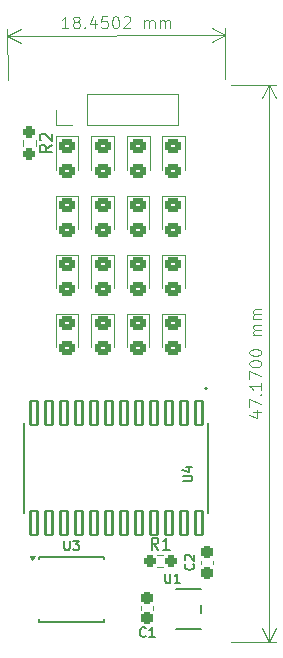
<source format=gbr>
%TF.GenerationSoftware,KiCad,Pcbnew,8.0.1*%
%TF.CreationDate,2025-01-22T20:31:23-07:00*%
%TF.ProjectId,LEDDisplay,4c454444-6973-4706-9c61-792e6b696361,rev?*%
%TF.SameCoordinates,Original*%
%TF.FileFunction,Legend,Top*%
%TF.FilePolarity,Positive*%
%FSLAX46Y46*%
G04 Gerber Fmt 4.6, Leading zero omitted, Abs format (unit mm)*
G04 Created by KiCad (PCBNEW 8.0.1) date 2025-01-22 20:31:23*
%MOMM*%
%LPD*%
G01*
G04 APERTURE LIST*
G04 Aperture macros list*
%AMRoundRect*
0 Rectangle with rounded corners*
0 $1 Rounding radius*
0 $2 $3 $4 $5 $6 $7 $8 $9 X,Y pos of 4 corners*
0 Add a 4 corners polygon primitive as box body*
4,1,4,$2,$3,$4,$5,$6,$7,$8,$9,$2,$3,0*
0 Add four circle primitives for the rounded corners*
1,1,$1+$1,$2,$3*
1,1,$1+$1,$4,$5*
1,1,$1+$1,$6,$7*
1,1,$1+$1,$8,$9*
0 Add four rect primitives between the rounded corners*
20,1,$1+$1,$2,$3,$4,$5,0*
20,1,$1+$1,$4,$5,$6,$7,0*
20,1,$1+$1,$6,$7,$8,$9,0*
20,1,$1+$1,$8,$9,$2,$3,0*%
G04 Aperture macros list end*
%ADD10C,0.100000*%
%ADD11C,0.150000*%
%ADD12C,0.120000*%
%ADD13C,0.152400*%
%ADD14C,0.127000*%
%ADD15C,0.200000*%
%ADD16RoundRect,0.237500X-0.250000X-0.237500X0.250000X-0.237500X0.250000X0.237500X-0.250000X0.237500X0*%
%ADD17RoundRect,0.237500X0.237500X-0.300000X0.237500X0.300000X-0.237500X0.300000X-0.237500X-0.300000X0*%
%ADD18R,1.700000X1.700000*%
%ADD19O,1.700000X1.700000*%
%ADD20RoundRect,0.250000X-0.450000X0.325000X-0.450000X-0.325000X0.450000X-0.325000X0.450000X0.325000X0*%
%ADD21R,1.320800X0.508000*%
%ADD22RoundRect,0.237500X-0.237500X0.300000X-0.237500X-0.300000X0.237500X-0.300000X0.237500X0.300000X0*%
%ADD23RoundRect,0.100500X-0.301500X1.026500X-0.301500X-1.026500X0.301500X-1.026500X0.301500X1.026500X0*%
%ADD24RoundRect,0.237500X-0.237500X0.250000X-0.237500X-0.250000X0.237500X-0.250000X0.237500X0.250000X0*%
%ADD25R,1.700000X0.650000*%
G04 APERTURE END LIST*
D10*
X200113887Y-58988573D02*
X199542465Y-58991361D01*
X199828176Y-58989967D02*
X199823298Y-57989979D01*
X199823298Y-57989979D02*
X199728758Y-58133299D01*
X199728758Y-58133299D02*
X199633985Y-58229001D01*
X199633985Y-58229001D02*
X199538981Y-58277084D01*
X200682521Y-58414364D02*
X200587052Y-58367210D01*
X200587052Y-58367210D02*
X200539201Y-58319824D01*
X200539201Y-58319824D02*
X200491118Y-58224819D01*
X200491118Y-58224819D02*
X200490886Y-58177201D01*
X200490886Y-58177201D02*
X200538040Y-58081732D01*
X200538040Y-58081732D02*
X200585426Y-58033881D01*
X200585426Y-58033881D02*
X200680431Y-57985798D01*
X200680431Y-57985798D02*
X200870904Y-57984869D01*
X200870904Y-57984869D02*
X200966374Y-58032023D01*
X200966374Y-58032023D02*
X201014224Y-58079409D01*
X201014224Y-58079409D02*
X201062308Y-58174413D01*
X201062308Y-58174413D02*
X201062540Y-58222032D01*
X201062540Y-58222032D02*
X201015386Y-58317501D01*
X201015386Y-58317501D02*
X200968000Y-58365352D01*
X200968000Y-58365352D02*
X200872995Y-58413435D01*
X200872995Y-58413435D02*
X200682521Y-58414364D01*
X200682521Y-58414364D02*
X200587516Y-58462447D01*
X200587516Y-58462447D02*
X200540130Y-58510298D01*
X200540130Y-58510298D02*
X200492976Y-58605767D01*
X200492976Y-58605767D02*
X200493905Y-58796241D01*
X200493905Y-58796241D02*
X200541989Y-58891246D01*
X200541989Y-58891246D02*
X200589839Y-58938632D01*
X200589839Y-58938632D02*
X200685309Y-58985786D01*
X200685309Y-58985786D02*
X200875782Y-58984857D01*
X200875782Y-58984857D02*
X200970787Y-58936774D01*
X200970787Y-58936774D02*
X201018173Y-58888923D01*
X201018173Y-58888923D02*
X201065327Y-58793454D01*
X201065327Y-58793454D02*
X201064398Y-58602980D01*
X201064398Y-58602980D02*
X201016315Y-58507975D01*
X201016315Y-58507975D02*
X200968464Y-58460589D01*
X200968464Y-58460589D02*
X200872995Y-58413435D01*
X201494358Y-58886600D02*
X201542209Y-58933986D01*
X201542209Y-58933986D02*
X201494823Y-58981837D01*
X201494823Y-58981837D02*
X201446972Y-58934451D01*
X201446972Y-58934451D02*
X201494358Y-58886600D01*
X201494358Y-58886600D02*
X201494823Y-58981837D01*
X202396321Y-58310765D02*
X202399573Y-58977424D01*
X202156371Y-57930979D02*
X201921763Y-58646417D01*
X201921763Y-58646417D02*
X202540803Y-58643397D01*
X203394684Y-57972558D02*
X202918499Y-57974880D01*
X202918499Y-57974880D02*
X202873203Y-58451298D01*
X202873203Y-58451298D02*
X202920589Y-58403447D01*
X202920589Y-58403447D02*
X203015594Y-58355364D01*
X203015594Y-58355364D02*
X203253686Y-58354202D01*
X203253686Y-58354202D02*
X203349156Y-58401356D01*
X203349156Y-58401356D02*
X203397006Y-58448742D01*
X203397006Y-58448742D02*
X203445089Y-58543747D01*
X203445089Y-58543747D02*
X203446251Y-58781839D01*
X203446251Y-58781839D02*
X203399097Y-58877309D01*
X203399097Y-58877309D02*
X203351711Y-58925159D01*
X203351711Y-58925159D02*
X203256706Y-58973243D01*
X203256706Y-58973243D02*
X203018614Y-58974404D01*
X203018614Y-58974404D02*
X202923144Y-58927250D01*
X202923144Y-58927250D02*
X202875294Y-58879864D01*
X204061342Y-57969306D02*
X204156579Y-57968841D01*
X204156579Y-57968841D02*
X204252049Y-58015995D01*
X204252049Y-58015995D02*
X204299899Y-58063381D01*
X204299899Y-58063381D02*
X204347982Y-58158386D01*
X204347982Y-58158386D02*
X204396530Y-58348627D01*
X204396530Y-58348627D02*
X204397691Y-58586720D01*
X204397691Y-58586720D02*
X204351002Y-58777426D01*
X204351002Y-58777426D02*
X204303848Y-58872895D01*
X204303848Y-58872895D02*
X204256462Y-58920746D01*
X204256462Y-58920746D02*
X204161457Y-58968829D01*
X204161457Y-58968829D02*
X204066220Y-58969294D01*
X204066220Y-58969294D02*
X203970751Y-58922140D01*
X203970751Y-58922140D02*
X203922900Y-58874754D01*
X203922900Y-58874754D02*
X203874817Y-58779749D01*
X203874817Y-58779749D02*
X203826270Y-58589507D01*
X203826270Y-58589507D02*
X203825108Y-58351415D01*
X203825108Y-58351415D02*
X203871798Y-58160709D01*
X203871798Y-58160709D02*
X203918951Y-58065239D01*
X203918951Y-58065239D02*
X203966338Y-58017389D01*
X203966338Y-58017389D02*
X204061342Y-57969306D01*
X204776084Y-58061058D02*
X204823470Y-58013207D01*
X204823470Y-58013207D02*
X204918475Y-57965124D01*
X204918475Y-57965124D02*
X205156567Y-57963963D01*
X205156567Y-57963963D02*
X205252037Y-58011117D01*
X205252037Y-58011117D02*
X205299887Y-58058503D01*
X205299887Y-58058503D02*
X205347971Y-58153508D01*
X205347971Y-58153508D02*
X205348435Y-58248745D01*
X205348435Y-58248745D02*
X205301513Y-58391832D01*
X205301513Y-58391832D02*
X204732879Y-58966042D01*
X204732879Y-58966042D02*
X205351919Y-58963022D01*
X206542382Y-58957215D02*
X206539130Y-58290556D01*
X206539594Y-58385793D02*
X206586980Y-58337942D01*
X206586980Y-58337942D02*
X206681985Y-58289859D01*
X206681985Y-58289859D02*
X206824841Y-58289162D01*
X206824841Y-58289162D02*
X206920310Y-58336316D01*
X206920310Y-58336316D02*
X206968393Y-58431321D01*
X206968393Y-58431321D02*
X206970948Y-58955124D01*
X206968393Y-58431321D02*
X207015547Y-58335852D01*
X207015547Y-58335852D02*
X207110551Y-58287769D01*
X207110551Y-58287769D02*
X207253407Y-58287072D01*
X207253407Y-58287072D02*
X207348876Y-58334226D01*
X207348876Y-58334226D02*
X207396959Y-58429230D01*
X207396959Y-58429230D02*
X207399514Y-58953034D01*
X207875699Y-58950711D02*
X207872447Y-58284052D01*
X207872911Y-58379289D02*
X207920298Y-58331438D01*
X207920298Y-58331438D02*
X208015302Y-58283355D01*
X208015302Y-58283355D02*
X208158158Y-58282658D01*
X208158158Y-58282658D02*
X208253627Y-58329812D01*
X208253627Y-58329812D02*
X208301710Y-58424817D01*
X208301710Y-58424817D02*
X208304265Y-58948620D01*
X208301710Y-58424817D02*
X208348864Y-58329348D01*
X208348864Y-58329348D02*
X208443869Y-58281265D01*
X208443869Y-58281265D02*
X208586724Y-58280568D01*
X208586724Y-58280568D02*
X208682193Y-58327722D01*
X208682193Y-58327722D02*
X208730276Y-58422726D01*
X208730276Y-58422726D02*
X208732831Y-58946530D01*
X194957561Y-63340006D02*
X194936732Y-59069990D01*
X213407561Y-63250006D02*
X213386732Y-58979990D01*
X194939592Y-59656403D02*
X213389592Y-59566403D01*
X194939592Y-59656403D02*
X213389592Y-59566403D01*
X194939592Y-59656403D02*
X196063222Y-59064494D01*
X194939592Y-59656403D02*
X196068943Y-60237322D01*
X213389592Y-59566403D02*
X212265962Y-60158312D01*
X213389592Y-59566403D02*
X212260241Y-58985484D01*
X215770752Y-91477856D02*
X216437419Y-91477856D01*
X215389800Y-91715951D02*
X216104085Y-91954046D01*
X216104085Y-91954046D02*
X216104085Y-91334999D01*
X215437419Y-91049284D02*
X215437419Y-90382618D01*
X215437419Y-90382618D02*
X216437419Y-90811189D01*
X216342180Y-90001665D02*
X216389800Y-89954046D01*
X216389800Y-89954046D02*
X216437419Y-90001665D01*
X216437419Y-90001665D02*
X216389800Y-90049284D01*
X216389800Y-90049284D02*
X216342180Y-90001665D01*
X216342180Y-90001665D02*
X216437419Y-90001665D01*
X216437419Y-89001666D02*
X216437419Y-89573094D01*
X216437419Y-89287380D02*
X215437419Y-89287380D01*
X215437419Y-89287380D02*
X215580276Y-89382618D01*
X215580276Y-89382618D02*
X215675514Y-89477856D01*
X215675514Y-89477856D02*
X215723133Y-89573094D01*
X215437419Y-88668332D02*
X215437419Y-88001666D01*
X215437419Y-88001666D02*
X216437419Y-88430237D01*
X215437419Y-87430237D02*
X215437419Y-87334999D01*
X215437419Y-87334999D02*
X215485038Y-87239761D01*
X215485038Y-87239761D02*
X215532657Y-87192142D01*
X215532657Y-87192142D02*
X215627895Y-87144523D01*
X215627895Y-87144523D02*
X215818371Y-87096904D01*
X215818371Y-87096904D02*
X216056466Y-87096904D01*
X216056466Y-87096904D02*
X216246942Y-87144523D01*
X216246942Y-87144523D02*
X216342180Y-87192142D01*
X216342180Y-87192142D02*
X216389800Y-87239761D01*
X216389800Y-87239761D02*
X216437419Y-87334999D01*
X216437419Y-87334999D02*
X216437419Y-87430237D01*
X216437419Y-87430237D02*
X216389800Y-87525475D01*
X216389800Y-87525475D02*
X216342180Y-87573094D01*
X216342180Y-87573094D02*
X216246942Y-87620713D01*
X216246942Y-87620713D02*
X216056466Y-87668332D01*
X216056466Y-87668332D02*
X215818371Y-87668332D01*
X215818371Y-87668332D02*
X215627895Y-87620713D01*
X215627895Y-87620713D02*
X215532657Y-87573094D01*
X215532657Y-87573094D02*
X215485038Y-87525475D01*
X215485038Y-87525475D02*
X215437419Y-87430237D01*
X215437419Y-86477856D02*
X215437419Y-86382618D01*
X215437419Y-86382618D02*
X215485038Y-86287380D01*
X215485038Y-86287380D02*
X215532657Y-86239761D01*
X215532657Y-86239761D02*
X215627895Y-86192142D01*
X215627895Y-86192142D02*
X215818371Y-86144523D01*
X215818371Y-86144523D02*
X216056466Y-86144523D01*
X216056466Y-86144523D02*
X216246942Y-86192142D01*
X216246942Y-86192142D02*
X216342180Y-86239761D01*
X216342180Y-86239761D02*
X216389800Y-86287380D01*
X216389800Y-86287380D02*
X216437419Y-86382618D01*
X216437419Y-86382618D02*
X216437419Y-86477856D01*
X216437419Y-86477856D02*
X216389800Y-86573094D01*
X216389800Y-86573094D02*
X216342180Y-86620713D01*
X216342180Y-86620713D02*
X216246942Y-86668332D01*
X216246942Y-86668332D02*
X216056466Y-86715951D01*
X216056466Y-86715951D02*
X215818371Y-86715951D01*
X215818371Y-86715951D02*
X215627895Y-86668332D01*
X215627895Y-86668332D02*
X215532657Y-86620713D01*
X215532657Y-86620713D02*
X215485038Y-86573094D01*
X215485038Y-86573094D02*
X215437419Y-86477856D01*
X216437419Y-84954046D02*
X215770752Y-84954046D01*
X215865990Y-84954046D02*
X215818371Y-84906427D01*
X215818371Y-84906427D02*
X215770752Y-84811189D01*
X215770752Y-84811189D02*
X215770752Y-84668332D01*
X215770752Y-84668332D02*
X215818371Y-84573094D01*
X215818371Y-84573094D02*
X215913609Y-84525475D01*
X215913609Y-84525475D02*
X216437419Y-84525475D01*
X215913609Y-84525475D02*
X215818371Y-84477856D01*
X215818371Y-84477856D02*
X215770752Y-84382618D01*
X215770752Y-84382618D02*
X215770752Y-84239761D01*
X215770752Y-84239761D02*
X215818371Y-84144522D01*
X215818371Y-84144522D02*
X215913609Y-84096903D01*
X215913609Y-84096903D02*
X216437419Y-84096903D01*
X216437419Y-83620713D02*
X215770752Y-83620713D01*
X215865990Y-83620713D02*
X215818371Y-83573094D01*
X215818371Y-83573094D02*
X215770752Y-83477856D01*
X215770752Y-83477856D02*
X215770752Y-83334999D01*
X215770752Y-83334999D02*
X215818371Y-83239761D01*
X215818371Y-83239761D02*
X215913609Y-83192142D01*
X215913609Y-83192142D02*
X216437419Y-83192142D01*
X215913609Y-83192142D02*
X215818371Y-83144523D01*
X215818371Y-83144523D02*
X215770752Y-83049285D01*
X215770752Y-83049285D02*
X215770752Y-82906428D01*
X215770752Y-82906428D02*
X215818371Y-82811189D01*
X215818371Y-82811189D02*
X215913609Y-82763570D01*
X215913609Y-82763570D02*
X216437419Y-82763570D01*
X213910000Y-63750000D02*
X217666420Y-63750000D01*
X213910000Y-110920000D02*
X217666420Y-110920000D01*
X217080000Y-63750000D02*
X217080000Y-110920000D01*
X217080000Y-63750000D02*
X217080000Y-110920000D01*
X217080000Y-63750000D02*
X217666421Y-64876504D01*
X217080000Y-63750000D02*
X216493579Y-64876504D01*
X217080000Y-110920000D02*
X216493579Y-109793496D01*
X217080000Y-110920000D02*
X217666421Y-109793496D01*
D11*
X207725833Y-103124819D02*
X207392500Y-102648628D01*
X207154405Y-103124819D02*
X207154405Y-102124819D01*
X207154405Y-102124819D02*
X207535357Y-102124819D01*
X207535357Y-102124819D02*
X207630595Y-102172438D01*
X207630595Y-102172438D02*
X207678214Y-102220057D01*
X207678214Y-102220057D02*
X207725833Y-102315295D01*
X207725833Y-102315295D02*
X207725833Y-102458152D01*
X207725833Y-102458152D02*
X207678214Y-102553390D01*
X207678214Y-102553390D02*
X207630595Y-102601009D01*
X207630595Y-102601009D02*
X207535357Y-102648628D01*
X207535357Y-102648628D02*
X207154405Y-102648628D01*
X208678214Y-103124819D02*
X208106786Y-103124819D01*
X208392500Y-103124819D02*
X208392500Y-102124819D01*
X208392500Y-102124819D02*
X208297262Y-102267676D01*
X208297262Y-102267676D02*
X208202024Y-102362914D01*
X208202024Y-102362914D02*
X208106786Y-102410533D01*
X210666104Y-104330832D02*
X210704200Y-104368928D01*
X210704200Y-104368928D02*
X210742295Y-104483213D01*
X210742295Y-104483213D02*
X210742295Y-104559404D01*
X210742295Y-104559404D02*
X210704200Y-104673690D01*
X210704200Y-104673690D02*
X210628009Y-104749880D01*
X210628009Y-104749880D02*
X210551819Y-104787975D01*
X210551819Y-104787975D02*
X210399438Y-104826071D01*
X210399438Y-104826071D02*
X210285152Y-104826071D01*
X210285152Y-104826071D02*
X210132771Y-104787975D01*
X210132771Y-104787975D02*
X210056580Y-104749880D01*
X210056580Y-104749880D02*
X209980390Y-104673690D01*
X209980390Y-104673690D02*
X209942295Y-104559404D01*
X209942295Y-104559404D02*
X209942295Y-104483213D01*
X209942295Y-104483213D02*
X209980390Y-104368928D01*
X209980390Y-104368928D02*
X210018485Y-104330832D01*
X210018485Y-104026071D02*
X209980390Y-103987975D01*
X209980390Y-103987975D02*
X209942295Y-103911785D01*
X209942295Y-103911785D02*
X209942295Y-103721309D01*
X209942295Y-103721309D02*
X209980390Y-103645118D01*
X209980390Y-103645118D02*
X210018485Y-103607023D01*
X210018485Y-103607023D02*
X210094676Y-103568928D01*
X210094676Y-103568928D02*
X210170866Y-103568928D01*
X210170866Y-103568928D02*
X210285152Y-103607023D01*
X210285152Y-103607023D02*
X210742295Y-104064166D01*
X210742295Y-104064166D02*
X210742295Y-103568928D01*
X208290476Y-105162295D02*
X208290476Y-105809914D01*
X208290476Y-105809914D02*
X208328571Y-105886104D01*
X208328571Y-105886104D02*
X208366666Y-105924200D01*
X208366666Y-105924200D02*
X208442857Y-105962295D01*
X208442857Y-105962295D02*
X208595238Y-105962295D01*
X208595238Y-105962295D02*
X208671428Y-105924200D01*
X208671428Y-105924200D02*
X208709523Y-105886104D01*
X208709523Y-105886104D02*
X208747619Y-105809914D01*
X208747619Y-105809914D02*
X208747619Y-105162295D01*
X209547618Y-105962295D02*
X209090475Y-105962295D01*
X209319047Y-105962295D02*
X209319047Y-105162295D01*
X209319047Y-105162295D02*
X209242856Y-105276580D01*
X209242856Y-105276580D02*
X209166666Y-105352771D01*
X209166666Y-105352771D02*
X209090475Y-105390866D01*
X206636667Y-110426104D02*
X206598571Y-110464200D01*
X206598571Y-110464200D02*
X206484286Y-110502295D01*
X206484286Y-110502295D02*
X206408095Y-110502295D01*
X206408095Y-110502295D02*
X206293809Y-110464200D01*
X206293809Y-110464200D02*
X206217619Y-110388009D01*
X206217619Y-110388009D02*
X206179524Y-110311819D01*
X206179524Y-110311819D02*
X206141428Y-110159438D01*
X206141428Y-110159438D02*
X206141428Y-110045152D01*
X206141428Y-110045152D02*
X206179524Y-109892771D01*
X206179524Y-109892771D02*
X206217619Y-109816580D01*
X206217619Y-109816580D02*
X206293809Y-109740390D01*
X206293809Y-109740390D02*
X206408095Y-109702295D01*
X206408095Y-109702295D02*
X206484286Y-109702295D01*
X206484286Y-109702295D02*
X206598571Y-109740390D01*
X206598571Y-109740390D02*
X206636667Y-109778485D01*
X207398571Y-110502295D02*
X206941428Y-110502295D01*
X207170000Y-110502295D02*
X207170000Y-109702295D01*
X207170000Y-109702295D02*
X207093809Y-109816580D01*
X207093809Y-109816580D02*
X207017619Y-109892771D01*
X207017619Y-109892771D02*
X206941428Y-109930866D01*
X209792295Y-97329523D02*
X210439914Y-97329523D01*
X210439914Y-97329523D02*
X210516104Y-97291428D01*
X210516104Y-97291428D02*
X210554200Y-97253333D01*
X210554200Y-97253333D02*
X210592295Y-97177142D01*
X210592295Y-97177142D02*
X210592295Y-97024761D01*
X210592295Y-97024761D02*
X210554200Y-96948571D01*
X210554200Y-96948571D02*
X210516104Y-96910476D01*
X210516104Y-96910476D02*
X210439914Y-96872380D01*
X210439914Y-96872380D02*
X209792295Y-96872380D01*
X210058961Y-96148571D02*
X210592295Y-96148571D01*
X209754200Y-96339047D02*
X210325628Y-96529524D01*
X210325628Y-96529524D02*
X210325628Y-96034285D01*
X198684819Y-68854166D02*
X198208628Y-69187499D01*
X198684819Y-69425594D02*
X197684819Y-69425594D01*
X197684819Y-69425594D02*
X197684819Y-69044642D01*
X197684819Y-69044642D02*
X197732438Y-68949404D01*
X197732438Y-68949404D02*
X197780057Y-68901785D01*
X197780057Y-68901785D02*
X197875295Y-68854166D01*
X197875295Y-68854166D02*
X198018152Y-68854166D01*
X198018152Y-68854166D02*
X198113390Y-68901785D01*
X198113390Y-68901785D02*
X198161009Y-68949404D01*
X198161009Y-68949404D02*
X198208628Y-69044642D01*
X198208628Y-69044642D02*
X198208628Y-69425594D01*
X197780057Y-68473213D02*
X197732438Y-68425594D01*
X197732438Y-68425594D02*
X197684819Y-68330356D01*
X197684819Y-68330356D02*
X197684819Y-68092261D01*
X197684819Y-68092261D02*
X197732438Y-67997023D01*
X197732438Y-67997023D02*
X197780057Y-67949404D01*
X197780057Y-67949404D02*
X197875295Y-67901785D01*
X197875295Y-67901785D02*
X197970533Y-67901785D01*
X197970533Y-67901785D02*
X198113390Y-67949404D01*
X198113390Y-67949404D02*
X198684819Y-68520832D01*
X198684819Y-68520832D02*
X198684819Y-67901785D01*
X199750476Y-102367295D02*
X199750476Y-103014914D01*
X199750476Y-103014914D02*
X199788571Y-103091104D01*
X199788571Y-103091104D02*
X199826666Y-103129200D01*
X199826666Y-103129200D02*
X199902857Y-103167295D01*
X199902857Y-103167295D02*
X200055238Y-103167295D01*
X200055238Y-103167295D02*
X200131428Y-103129200D01*
X200131428Y-103129200D02*
X200169523Y-103091104D01*
X200169523Y-103091104D02*
X200207619Y-103014914D01*
X200207619Y-103014914D02*
X200207619Y-102367295D01*
X200512380Y-102367295D02*
X201007618Y-102367295D01*
X201007618Y-102367295D02*
X200740952Y-102672057D01*
X200740952Y-102672057D02*
X200855237Y-102672057D01*
X200855237Y-102672057D02*
X200931428Y-102710152D01*
X200931428Y-102710152D02*
X200969523Y-102748247D01*
X200969523Y-102748247D02*
X201007618Y-102824438D01*
X201007618Y-102824438D02*
X201007618Y-103014914D01*
X201007618Y-103014914D02*
X200969523Y-103091104D01*
X200969523Y-103091104D02*
X200931428Y-103129200D01*
X200931428Y-103129200D02*
X200855237Y-103167295D01*
X200855237Y-103167295D02*
X200626666Y-103167295D01*
X200626666Y-103167295D02*
X200550475Y-103129200D01*
X200550475Y-103129200D02*
X200512380Y-103091104D01*
D12*
%TO.C,R1*%
X207637776Y-103577500D02*
X208147224Y-103577500D01*
X207637776Y-104622500D02*
X208147224Y-104622500D01*
%TO.C,C2*%
X211300000Y-104343767D02*
X211300000Y-104051233D01*
X212320000Y-104343767D02*
X212320000Y-104051233D01*
%TO.C,J3*%
X199090000Y-67190000D02*
X199090000Y-65860000D01*
X200420000Y-67190000D02*
X199090000Y-67190000D01*
X201690000Y-64530000D02*
X209370000Y-64530000D01*
X201690000Y-67190000D02*
X201690000Y-64530000D01*
X201690000Y-67190000D02*
X209370000Y-67190000D01*
X209370000Y-67190000D02*
X209370000Y-64530000D01*
%TO.C,D5*%
X208040000Y-73140000D02*
X208040000Y-76000000D01*
X209960000Y-73140000D02*
X208040000Y-73140000D01*
X209960000Y-76000000D02*
X209960000Y-73140000D01*
%TO.C,D14*%
X202040000Y-83140000D02*
X202040000Y-86000000D01*
X203960000Y-83140000D02*
X202040000Y-83140000D01*
X203960000Y-86000000D02*
X203960000Y-83140000D01*
%TO.C,D6*%
X205040000Y-73140000D02*
X205040000Y-76000000D01*
X206960000Y-73140000D02*
X205040000Y-73140000D01*
X206960000Y-76000000D02*
X206960000Y-73140000D01*
%TO.C,D8*%
X199040000Y-73140000D02*
X199040000Y-76000000D01*
X200960000Y-73140000D02*
X199040000Y-73140000D01*
X200960000Y-76000000D02*
X200960000Y-73140000D01*
%TO.C,D3*%
X202040000Y-68140000D02*
X202040000Y-71000000D01*
X203960000Y-68140000D02*
X202040000Y-68140000D01*
X203960000Y-71000000D02*
X203960000Y-68140000D01*
%TO.C,D2*%
X205060000Y-68140000D02*
X205060000Y-71000000D01*
X206980000Y-68140000D02*
X205060000Y-68140000D01*
X206980000Y-71000000D02*
X206980000Y-68140000D01*
D13*
%TO.C,U1*%
X209256700Y-109826401D02*
X211314100Y-109826401D01*
X211314100Y-106473601D02*
X209256700Y-106473601D01*
X211314100Y-108513262D02*
X211314100Y-107786740D01*
D12*
%TO.C,C1*%
X206260000Y-107911233D02*
X206260000Y-108203767D01*
X207280000Y-107911233D02*
X207280000Y-108203767D01*
%TO.C,D11*%
X205040000Y-78140000D02*
X205040000Y-81000000D01*
X206960000Y-78140000D02*
X205040000Y-78140000D01*
X206960000Y-81000000D02*
X206960000Y-78140000D01*
D14*
%TO.C,U4*%
X196365000Y-92385000D02*
X196365000Y-99985000D01*
X211965000Y-92385000D02*
X211965000Y-99985000D01*
D15*
X211850000Y-89480000D02*
G75*
G02*
X211650000Y-89480000I-100000J0D01*
G01*
X211650000Y-89480000D02*
G75*
G02*
X211850000Y-89480000I100000J0D01*
G01*
D12*
%TO.C,D13*%
X199040000Y-83140000D02*
X199040000Y-86000000D01*
X200960000Y-83140000D02*
X199040000Y-83140000D01*
X200960000Y-86000000D02*
X200960000Y-83140000D01*
%TO.C,D9*%
X199040000Y-78140000D02*
X199040000Y-81000000D01*
X200960000Y-78140000D02*
X199040000Y-78140000D01*
X200960000Y-81000000D02*
X200960000Y-78140000D01*
%TO.C,D16*%
X208040000Y-83140000D02*
X208040000Y-86000000D01*
X209960000Y-83140000D02*
X208040000Y-83140000D01*
X209960000Y-86000000D02*
X209960000Y-83140000D01*
%TO.C,D1*%
X208040000Y-68140000D02*
X208040000Y-71000000D01*
X209960000Y-68140000D02*
X208040000Y-68140000D01*
X209960000Y-71000000D02*
X209960000Y-68140000D01*
%TO.C,D10*%
X202040000Y-78140000D02*
X202040000Y-81000000D01*
X203960000Y-78140000D02*
X202040000Y-78140000D01*
X203960000Y-81000000D02*
X203960000Y-78140000D01*
%TO.C,R2*%
X196277500Y-68432776D02*
X196277500Y-68942224D01*
X197322500Y-68432776D02*
X197322500Y-68942224D01*
D11*
%TO.C,U3*%
X197610000Y-103730000D02*
X197610000Y-103935000D01*
X197610000Y-103730000D02*
X203110000Y-103730000D01*
X197610000Y-109240000D02*
X197610000Y-109035000D01*
X197610000Y-109240000D02*
X203110000Y-109240000D01*
X203110000Y-103730000D02*
X203110000Y-103935000D01*
X203110000Y-109240000D02*
X203110000Y-109035000D01*
D12*
X197060000Y-103985000D02*
X196820000Y-103655000D01*
X197300000Y-103655000D01*
X197060000Y-103985000D01*
G36*
X197060000Y-103985000D02*
G01*
X196820000Y-103655000D01*
X197300000Y-103655000D01*
X197060000Y-103985000D01*
G37*
%TO.C,D15*%
X205040000Y-83140000D02*
X205040000Y-86000000D01*
X206960000Y-83140000D02*
X205040000Y-83140000D01*
X206960000Y-86000000D02*
X206960000Y-83140000D01*
%TO.C,D7*%
X202040000Y-73140000D02*
X202040000Y-76000000D01*
X203960000Y-73140000D02*
X202040000Y-73140000D01*
X203960000Y-76000000D02*
X203960000Y-73140000D01*
%TO.C,D4*%
X199040000Y-68140000D02*
X199040000Y-71000000D01*
X200960000Y-68140000D02*
X199040000Y-68140000D01*
X200960000Y-71000000D02*
X200960000Y-68140000D01*
%TO.C,D12*%
X208040000Y-78140000D02*
X208040000Y-81000000D01*
X209960000Y-78140000D02*
X208040000Y-78140000D01*
X209960000Y-81000000D02*
X209960000Y-78140000D01*
%TD*%
%LPC*%
D16*
%TO.C,R1*%
X206980000Y-104100000D03*
X208805000Y-104100000D03*
%TD*%
D17*
%TO.C,C2*%
X211810000Y-105060000D03*
X211810000Y-103335000D03*
%TD*%
D18*
%TO.C,J3*%
X200420000Y-65860000D03*
D19*
X202960000Y-65860000D03*
X205500000Y-65860000D03*
X208040000Y-65860000D03*
%TD*%
D20*
%TO.C,D5*%
X209000000Y-73975000D03*
X209000000Y-76025000D03*
%TD*%
%TO.C,D14*%
X203000000Y-83975000D03*
X203000000Y-86025000D03*
%TD*%
%TO.C,D6*%
X206000000Y-73975000D03*
X206000000Y-76025000D03*
%TD*%
%TO.C,D8*%
X200000000Y-73975000D03*
X200000000Y-76025000D03*
%TD*%
%TO.C,D3*%
X203000000Y-68975000D03*
X203000000Y-71025000D03*
%TD*%
%TO.C,D2*%
X206020000Y-68975000D03*
X206020000Y-71025000D03*
%TD*%
D21*
%TO.C,U1*%
X208990000Y-107200000D03*
X208990000Y-108150001D03*
X208990000Y-109100002D03*
X211580800Y-109100002D03*
X211580800Y-107200000D03*
%TD*%
D22*
%TO.C,C1*%
X206770000Y-107195000D03*
X206770000Y-108920000D03*
%TD*%
D20*
%TO.C,D11*%
X206000000Y-78975000D03*
X206000000Y-81025000D03*
%TD*%
D23*
%TO.C,U4*%
X211150000Y-91530000D03*
X209880000Y-91530000D03*
X208610000Y-91530000D03*
X207340000Y-91530000D03*
X206070000Y-91530000D03*
X204800000Y-91530000D03*
X203530000Y-91530000D03*
X202260000Y-91530000D03*
X200990000Y-91530000D03*
X199720000Y-91530000D03*
X198450000Y-91530000D03*
X197180000Y-91530000D03*
X197180000Y-100840000D03*
X198450000Y-100840000D03*
X199720000Y-100840000D03*
X200990000Y-100840000D03*
X202260000Y-100840000D03*
X203530000Y-100840000D03*
X204800000Y-100840000D03*
X206070000Y-100840000D03*
X207340000Y-100840000D03*
X208610000Y-100840000D03*
X209880000Y-100840000D03*
X211150000Y-100840000D03*
%TD*%
D20*
%TO.C,D13*%
X200000000Y-83975000D03*
X200000000Y-86025000D03*
%TD*%
%TO.C,D9*%
X200000000Y-78975000D03*
X200000000Y-81025000D03*
%TD*%
%TO.C,D16*%
X209000000Y-83975000D03*
X209000000Y-86025000D03*
%TD*%
%TO.C,D1*%
X209000000Y-68975000D03*
X209000000Y-71025000D03*
%TD*%
%TO.C,D10*%
X203000000Y-78975000D03*
X203000000Y-81025000D03*
%TD*%
D24*
%TO.C,R2*%
X196800000Y-67775000D03*
X196800000Y-69600000D03*
%TD*%
D25*
%TO.C,U3*%
X196710000Y-104580000D03*
X196710000Y-105850000D03*
X196710000Y-107120000D03*
X196710000Y-108390000D03*
X204010000Y-108390000D03*
X204010000Y-107120000D03*
X204010000Y-105850000D03*
X204010000Y-104580000D03*
%TD*%
D20*
%TO.C,D15*%
X206000000Y-83975000D03*
X206000000Y-86025000D03*
%TD*%
%TO.C,D7*%
X203000000Y-73975000D03*
X203000000Y-76025000D03*
%TD*%
%TO.C,D4*%
X200000000Y-68975000D03*
X200000000Y-71025000D03*
%TD*%
%TO.C,D12*%
X209000000Y-78975000D03*
X209000000Y-81025000D03*
%TD*%
%LPD*%
M02*

</source>
